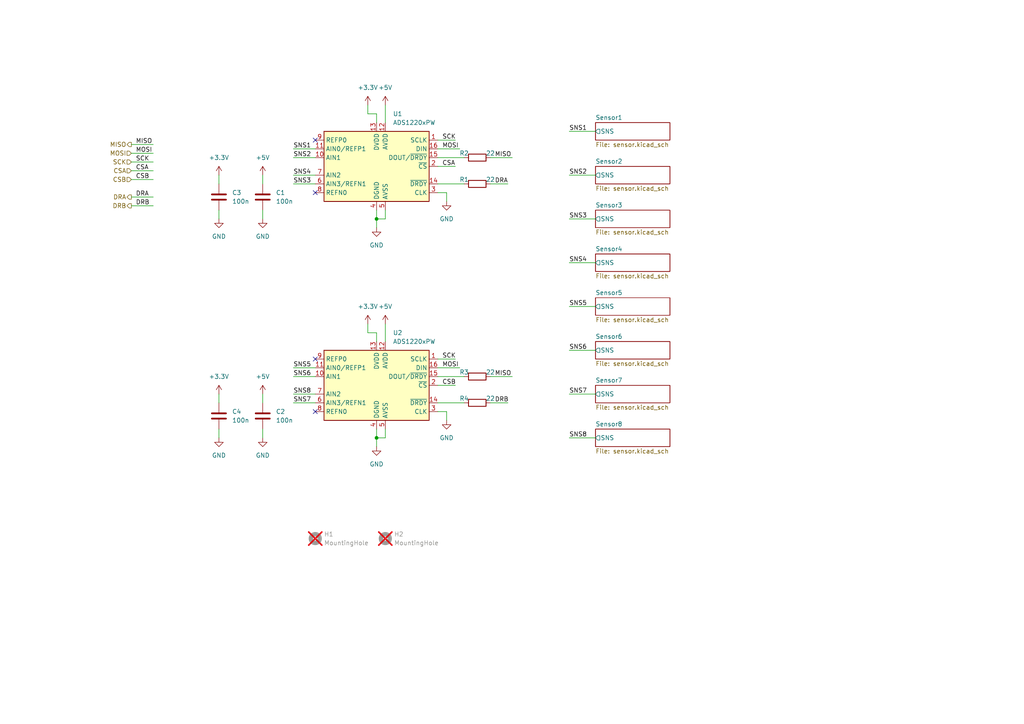
<source format=kicad_sch>
(kicad_sch (version 20230121) (generator eeschema)

  (uuid cfa31051-25a7-4f21-8bab-536b39e9917d)

  (paper "A4")

  (lib_symbols
    (symbol "Analog_ADC:ADS1220xPW" (in_bom yes) (on_board yes)
      (property "Reference" "U" (at -15.24 11.43 0)
        (effects (font (size 1.27 1.27)) (justify left))
      )
      (property "Value" "ADS1220xPW" (at 6.35 11.43 0)
        (effects (font (size 1.27 1.27)) (justify left))
      )
      (property "Footprint" "Package_SO:TSSOP-16_4.4x5mm_P0.65mm" (at 6.35 13.97 0)
        (effects (font (size 1.27 1.27)) (justify left) hide)
      )
      (property "Datasheet" "http://www.ti.com/lit/ds/symlink/ads1220.pdf" (at -12.7 10.16 0)
        (effects (font (size 1.27 1.27)) hide)
      )
      (property "ki_keywords" "adc spi" (at 0 0 0)
        (effects (font (size 1.27 1.27)) hide)
      )
      (property "ki_description" "Low-power, quad-input, 24-bit analog to digital converter, integrated temperature sensor, SPI interface, TSSOP-16 package" (at 0 0 0)
        (effects (font (size 1.27 1.27)) hide)
      )
      (property "ki_fp_filters" "*TSSOP*4.4x5mm*P0.65mm*" (at 0 0 0)
        (effects (font (size 1.27 1.27)) hide)
      )
      (symbol "ADS1220xPW_0_1"
        (rectangle (start -15.24 10.16) (end 15.24 -10.16)
          (stroke (width 0.254) (type default))
          (fill (type background))
        )
      )
      (symbol "ADS1220xPW_1_1"
        (pin input line (at 17.78 7.62 180) (length 2.54)
          (name "SCLK" (effects (font (size 1.27 1.27))))
          (number "1" (effects (font (size 1.27 1.27))))
        )
        (pin input line (at -17.78 2.54 0) (length 2.54)
          (name "AIN1" (effects (font (size 1.27 1.27))))
          (number "10" (effects (font (size 1.27 1.27))))
        )
        (pin input line (at -17.78 5.08 0) (length 2.54)
          (name "AIN0/REFP1" (effects (font (size 1.27 1.27))))
          (number "11" (effects (font (size 1.27 1.27))))
        )
        (pin power_in line (at 2.54 12.7 270) (length 2.54)
          (name "AVDD" (effects (font (size 1.27 1.27))))
          (number "12" (effects (font (size 1.27 1.27))))
        )
        (pin power_in line (at 0 12.7 270) (length 2.54)
          (name "DVDD" (effects (font (size 1.27 1.27))))
          (number "13" (effects (font (size 1.27 1.27))))
        )
        (pin output line (at 17.78 -5.08 180) (length 2.54)
          (name "~{DRDY}" (effects (font (size 1.27 1.27))))
          (number "14" (effects (font (size 1.27 1.27))))
        )
        (pin output line (at 17.78 2.54 180) (length 2.54)
          (name "DOUT/~{DRDY}" (effects (font (size 1.27 1.27))))
          (number "15" (effects (font (size 1.27 1.27))))
        )
        (pin input line (at 17.78 5.08 180) (length 2.54)
          (name "DIN" (effects (font (size 1.27 1.27))))
          (number "16" (effects (font (size 1.27 1.27))))
        )
        (pin input line (at 17.78 0 180) (length 2.54)
          (name "~{CS}" (effects (font (size 1.27 1.27))))
          (number "2" (effects (font (size 1.27 1.27))))
        )
        (pin input line (at 17.78 -7.62 180) (length 2.54)
          (name "CLK" (effects (font (size 1.27 1.27))))
          (number "3" (effects (font (size 1.27 1.27))))
        )
        (pin power_in line (at 0 -12.7 90) (length 2.54)
          (name "DGND" (effects (font (size 1.27 1.27))))
          (number "4" (effects (font (size 1.27 1.27))))
        )
        (pin power_in line (at 2.54 -12.7 90) (length 2.54)
          (name "AVSS" (effects (font (size 1.27 1.27))))
          (number "5" (effects (font (size 1.27 1.27))))
        )
        (pin input line (at -17.78 -5.08 0) (length 2.54)
          (name "AIN3/REFN1" (effects (font (size 1.27 1.27))))
          (number "6" (effects (font (size 1.27 1.27))))
        )
        (pin input line (at -17.78 -2.54 0) (length 2.54)
          (name "AIN2" (effects (font (size 1.27 1.27))))
          (number "7" (effects (font (size 1.27 1.27))))
        )
        (pin input line (at -17.78 -7.62 0) (length 2.54)
          (name "REFN0" (effects (font (size 1.27 1.27))))
          (number "8" (effects (font (size 1.27 1.27))))
        )
        (pin input line (at -17.78 7.62 0) (length 2.54)
          (name "REFP0" (effects (font (size 1.27 1.27))))
          (number "9" (effects (font (size 1.27 1.27))))
        )
      )
    )
    (symbol "Device:C" (pin_numbers hide) (pin_names (offset 0.254)) (in_bom yes) (on_board yes)
      (property "Reference" "C" (at 0.635 2.54 0)
        (effects (font (size 1.27 1.27)) (justify left))
      )
      (property "Value" "C" (at 0.635 -2.54 0)
        (effects (font (size 1.27 1.27)) (justify left))
      )
      (property "Footprint" "" (at 0.9652 -3.81 0)
        (effects (font (size 1.27 1.27)) hide)
      )
      (property "Datasheet" "~" (at 0 0 0)
        (effects (font (size 1.27 1.27)) hide)
      )
      (property "ki_keywords" "cap capacitor" (at 0 0 0)
        (effects (font (size 1.27 1.27)) hide)
      )
      (property "ki_description" "Unpolarized capacitor" (at 0 0 0)
        (effects (font (size 1.27 1.27)) hide)
      )
      (property "ki_fp_filters" "C_*" (at 0 0 0)
        (effects (font (size 1.27 1.27)) hide)
      )
      (symbol "C_0_1"
        (polyline
          (pts
            (xy -2.032 -0.762)
            (xy 2.032 -0.762)
          )
          (stroke (width 0.508) (type default))
          (fill (type none))
        )
        (polyline
          (pts
            (xy -2.032 0.762)
            (xy 2.032 0.762)
          )
          (stroke (width 0.508) (type default))
          (fill (type none))
        )
      )
      (symbol "C_1_1"
        (pin passive line (at 0 3.81 270) (length 2.794)
          (name "~" (effects (font (size 1.27 1.27))))
          (number "1" (effects (font (size 1.27 1.27))))
        )
        (pin passive line (at 0 -3.81 90) (length 2.794)
          (name "~" (effects (font (size 1.27 1.27))))
          (number "2" (effects (font (size 1.27 1.27))))
        )
      )
    )
    (symbol "Device:R" (pin_numbers hide) (pin_names (offset 0)) (in_bom yes) (on_board yes)
      (property "Reference" "R" (at 2.032 0 90)
        (effects (font (size 1.27 1.27)))
      )
      (property "Value" "R" (at 0 0 90)
        (effects (font (size 1.27 1.27)))
      )
      (property "Footprint" "" (at -1.778 0 90)
        (effects (font (size 1.27 1.27)) hide)
      )
      (property "Datasheet" "~" (at 0 0 0)
        (effects (font (size 1.27 1.27)) hide)
      )
      (property "ki_keywords" "R res resistor" (at 0 0 0)
        (effects (font (size 1.27 1.27)) hide)
      )
      (property "ki_description" "Resistor" (at 0 0 0)
        (effects (font (size 1.27 1.27)) hide)
      )
      (property "ki_fp_filters" "R_*" (at 0 0 0)
        (effects (font (size 1.27 1.27)) hide)
      )
      (symbol "R_0_1"
        (rectangle (start -1.016 -2.54) (end 1.016 2.54)
          (stroke (width 0.254) (type default))
          (fill (type none))
        )
      )
      (symbol "R_1_1"
        (pin passive line (at 0 3.81 270) (length 1.27)
          (name "~" (effects (font (size 1.27 1.27))))
          (number "1" (effects (font (size 1.27 1.27))))
        )
        (pin passive line (at 0 -3.81 90) (length 1.27)
          (name "~" (effects (font (size 1.27 1.27))))
          (number "2" (effects (font (size 1.27 1.27))))
        )
      )
    )
    (symbol "Mechanical:MountingHole" (pin_names (offset 1.016)) (in_bom yes) (on_board yes)
      (property "Reference" "H" (at 0 5.08 0)
        (effects (font (size 1.27 1.27)))
      )
      (property "Value" "MountingHole" (at 0 3.175 0)
        (effects (font (size 1.27 1.27)))
      )
      (property "Footprint" "" (at 0 0 0)
        (effects (font (size 1.27 1.27)) hide)
      )
      (property "Datasheet" "~" (at 0 0 0)
        (effects (font (size 1.27 1.27)) hide)
      )
      (property "ki_keywords" "mounting hole" (at 0 0 0)
        (effects (font (size 1.27 1.27)) hide)
      )
      (property "ki_description" "Mounting Hole without connection" (at 0 0 0)
        (effects (font (size 1.27 1.27)) hide)
      )
      (property "ki_fp_filters" "MountingHole*" (at 0 0 0)
        (effects (font (size 1.27 1.27)) hide)
      )
      (symbol "MountingHole_0_1"
        (circle (center 0 0) (radius 1.27)
          (stroke (width 1.27) (type default))
          (fill (type none))
        )
      )
    )
    (symbol "power:+3.3V" (power) (pin_names (offset 0)) (in_bom yes) (on_board yes)
      (property "Reference" "#PWR" (at 0 -3.81 0)
        (effects (font (size 1.27 1.27)) hide)
      )
      (property "Value" "+3.3V" (at 0 3.556 0)
        (effects (font (size 1.27 1.27)))
      )
      (property "Footprint" "" (at 0 0 0)
        (effects (font (size 1.27 1.27)) hide)
      )
      (property "Datasheet" "" (at 0 0 0)
        (effects (font (size 1.27 1.27)) hide)
      )
      (property "ki_keywords" "global power" (at 0 0 0)
        (effects (font (size 1.27 1.27)) hide)
      )
      (property "ki_description" "Power symbol creates a global label with name \"+3.3V\"" (at 0 0 0)
        (effects (font (size 1.27 1.27)) hide)
      )
      (symbol "+3.3V_0_1"
        (polyline
          (pts
            (xy -0.762 1.27)
            (xy 0 2.54)
          )
          (stroke (width 0) (type default))
          (fill (type none))
        )
        (polyline
          (pts
            (xy 0 0)
            (xy 0 2.54)
          )
          (stroke (width 0) (type default))
          (fill (type none))
        )
        (polyline
          (pts
            (xy 0 2.54)
            (xy 0.762 1.27)
          )
          (stroke (width 0) (type default))
          (fill (type none))
        )
      )
      (symbol "+3.3V_1_1"
        (pin power_in line (at 0 0 90) (length 0) hide
          (name "+3.3V" (effects (font (size 1.27 1.27))))
          (number "1" (effects (font (size 1.27 1.27))))
        )
      )
    )
    (symbol "power:+5V" (power) (pin_names (offset 0)) (in_bom yes) (on_board yes)
      (property "Reference" "#PWR" (at 0 -3.81 0)
        (effects (font (size 1.27 1.27)) hide)
      )
      (property "Value" "+5V" (at 0 3.556 0)
        (effects (font (size 1.27 1.27)))
      )
      (property "Footprint" "" (at 0 0 0)
        (effects (font (size 1.27 1.27)) hide)
      )
      (property "Datasheet" "" (at 0 0 0)
        (effects (font (size 1.27 1.27)) hide)
      )
      (property "ki_keywords" "global power" (at 0 0 0)
        (effects (font (size 1.27 1.27)) hide)
      )
      (property "ki_description" "Power symbol creates a global label with name \"+5V\"" (at 0 0 0)
        (effects (font (size 1.27 1.27)) hide)
      )
      (symbol "+5V_0_1"
        (polyline
          (pts
            (xy -0.762 1.27)
            (xy 0 2.54)
          )
          (stroke (width 0) (type default))
          (fill (type none))
        )
        (polyline
          (pts
            (xy 0 0)
            (xy 0 2.54)
          )
          (stroke (width 0) (type default))
          (fill (type none))
        )
        (polyline
          (pts
            (xy 0 2.54)
            (xy 0.762 1.27)
          )
          (stroke (width 0) (type default))
          (fill (type none))
        )
      )
      (symbol "+5V_1_1"
        (pin power_in line (at 0 0 90) (length 0) hide
          (name "+5V" (effects (font (size 1.27 1.27))))
          (number "1" (effects (font (size 1.27 1.27))))
        )
      )
    )
    (symbol "power:GND" (power) (pin_names (offset 0)) (in_bom yes) (on_board yes)
      (property "Reference" "#PWR" (at 0 -6.35 0)
        (effects (font (size 1.27 1.27)) hide)
      )
      (property "Value" "GND" (at 0 -3.81 0)
        (effects (font (size 1.27 1.27)))
      )
      (property "Footprint" "" (at 0 0 0)
        (effects (font (size 1.27 1.27)) hide)
      )
      (property "Datasheet" "" (at 0 0 0)
        (effects (font (size 1.27 1.27)) hide)
      )
      (property "ki_keywords" "global power" (at 0 0 0)
        (effects (font (size 1.27 1.27)) hide)
      )
      (property "ki_description" "Power symbol creates a global label with name \"GND\" , ground" (at 0 0 0)
        (effects (font (size 1.27 1.27)) hide)
      )
      (symbol "GND_0_1"
        (polyline
          (pts
            (xy 0 0)
            (xy 0 -1.27)
            (xy 1.27 -1.27)
            (xy 0 -2.54)
            (xy -1.27 -1.27)
            (xy 0 -1.27)
          )
          (stroke (width 0) (type default))
          (fill (type none))
        )
      )
      (symbol "GND_1_1"
        (pin power_in line (at 0 0 270) (length 0) hide
          (name "GND" (effects (font (size 1.27 1.27))))
          (number "1" (effects (font (size 1.27 1.27))))
        )
      )
    )
  )

  (junction (at 109.22 127) (diameter 0) (color 0 0 0 0)
    (uuid 77d75727-23bd-4f52-8f11-b1685ed183b7)
  )
  (junction (at 109.22 63.5) (diameter 0) (color 0 0 0 0)
    (uuid 9da56c7a-e09b-400d-ac1b-82bcc4b4f217)
  )

  (no_connect (at 91.44 40.64) (uuid 4a1ec53a-f0bf-4cf9-ad91-c8344e48f948))
  (no_connect (at 91.44 119.38) (uuid 6b493a73-1faf-4d2a-9d40-5ca68ecaabd3))
  (no_connect (at 91.44 55.88) (uuid a32054a7-a2fd-4859-b0f9-53c04264282f))
  (no_connect (at 91.44 104.14) (uuid a79c65be-3bd7-42a1-82b1-1a8b09b03289))

  (wire (pts (xy 85.09 114.3) (xy 91.44 114.3))
    (stroke (width 0) (type default))
    (uuid 0315e343-38d9-47fc-ab7c-b1da4c2eb04a)
  )
  (wire (pts (xy 109.22 96.52) (xy 109.22 99.06))
    (stroke (width 0) (type default))
    (uuid 090b257c-178f-4280-8ba1-c1f2a28e5769)
  )
  (wire (pts (xy 85.09 50.8) (xy 91.44 50.8))
    (stroke (width 0) (type default))
    (uuid 15aca7c2-bdeb-449d-b155-3b5ae865517f)
  )
  (wire (pts (xy 165.1 38.1) (xy 172.72 38.1))
    (stroke (width 0) (type default))
    (uuid 15d185f7-b683-4274-bcf9-aa6ffaf737db)
  )
  (wire (pts (xy 76.2 60.96) (xy 76.2 63.5))
    (stroke (width 0) (type default))
    (uuid 18f42026-45f2-4997-bde3-5f5c8e8b5dd1)
  )
  (wire (pts (xy 111.76 124.46) (xy 111.76 127))
    (stroke (width 0) (type default))
    (uuid 226e17cf-11cc-417b-a45f-18ab6065a904)
  )
  (wire (pts (xy 63.5 50.8) (xy 63.5 53.34))
    (stroke (width 0) (type default))
    (uuid 252314df-a3d0-402b-9592-7604b4a594d6)
  )
  (wire (pts (xy 165.1 88.9) (xy 172.72 88.9))
    (stroke (width 0) (type default))
    (uuid 29ca7181-35f1-4274-b0bc-dc9de058ab07)
  )
  (wire (pts (xy 165.1 76.2) (xy 172.72 76.2))
    (stroke (width 0) (type default))
    (uuid 2e3c8d12-88ad-43db-b491-e8337911cf13)
  )
  (wire (pts (xy 109.22 124.46) (xy 109.22 127))
    (stroke (width 0) (type default))
    (uuid 3246c33b-f4b8-4a9f-a3df-400d0d56bc89)
  )
  (wire (pts (xy 63.5 114.3) (xy 63.5 116.84))
    (stroke (width 0) (type default))
    (uuid 34df4bd6-8ed1-4842-aef7-6289a671fcb2)
  )
  (wire (pts (xy 85.09 116.84) (xy 91.44 116.84))
    (stroke (width 0) (type default))
    (uuid 36dd5c35-54db-46c1-b577-d5a289c5a8b1)
  )
  (wire (pts (xy 76.2 124.46) (xy 76.2 127))
    (stroke (width 0) (type default))
    (uuid 37789546-84f1-45e2-9157-9cf344816ca5)
  )
  (wire (pts (xy 127 111.76) (xy 132.08 111.76))
    (stroke (width 0) (type default))
    (uuid 39a18c43-c9dd-478c-b55e-178ac0354a90)
  )
  (wire (pts (xy 85.09 109.22) (xy 91.44 109.22))
    (stroke (width 0) (type default))
    (uuid 39e9b1a3-031a-476f-b1af-c1486405e153)
  )
  (wire (pts (xy 165.1 101.6) (xy 172.72 101.6))
    (stroke (width 0) (type default))
    (uuid 3a8b8aef-2012-477c-929f-8d9df6d5b4da)
  )
  (wire (pts (xy 127 116.84) (xy 134.62 116.84))
    (stroke (width 0) (type default))
    (uuid 45ec714f-ea7c-4710-bdce-29b5aab7997f)
  )
  (wire (pts (xy 106.68 33.02) (xy 109.22 33.02))
    (stroke (width 0) (type default))
    (uuid 465dbd09-ebd0-4760-9388-fe69fb9d70b0)
  )
  (wire (pts (xy 127 43.18) (xy 133.35 43.18))
    (stroke (width 0) (type default))
    (uuid 47f9560e-f6d6-4d29-80ce-92e8a67366bb)
  )
  (wire (pts (xy 76.2 50.8) (xy 76.2 53.34))
    (stroke (width 0) (type default))
    (uuid 4d81e582-4400-45bb-9fd4-75c9ccbf32e7)
  )
  (wire (pts (xy 142.24 53.34) (xy 147.32 53.34))
    (stroke (width 0) (type default))
    (uuid 4eda85fb-da09-41c9-95f6-8cd95783752d)
  )
  (wire (pts (xy 85.09 45.72) (xy 91.44 45.72))
    (stroke (width 0) (type default))
    (uuid 535190ca-0847-4d64-a0b2-8c1b48a4145d)
  )
  (wire (pts (xy 165.1 114.3) (xy 172.72 114.3))
    (stroke (width 0) (type default))
    (uuid 538d80ae-970d-4851-b818-8534c8f769e1)
  )
  (wire (pts (xy 109.22 63.5) (xy 109.22 66.04))
    (stroke (width 0) (type default))
    (uuid 53954024-b398-4c21-bdcc-1cbbeab75824)
  )
  (wire (pts (xy 76.2 114.3) (xy 76.2 116.84))
    (stroke (width 0) (type default))
    (uuid 54e97983-d9d9-4b1c-8422-987dda48da02)
  )
  (wire (pts (xy 165.1 50.8) (xy 172.72 50.8))
    (stroke (width 0) (type default))
    (uuid 576bf486-0e49-45eb-883c-27d95d83ebf3)
  )
  (wire (pts (xy 85.09 106.68) (xy 91.44 106.68))
    (stroke (width 0) (type default))
    (uuid 6406d0e1-8f47-45eb-89ae-4b086e297f30)
  )
  (wire (pts (xy 127 40.64) (xy 132.08 40.64))
    (stroke (width 0) (type default))
    (uuid 680d44ac-fb29-4bb0-9610-2601696a15c2)
  )
  (wire (pts (xy 127 53.34) (xy 134.62 53.34))
    (stroke (width 0) (type default))
    (uuid 689af977-b60b-4d23-a4a8-bd538e8573bf)
  )
  (wire (pts (xy 109.22 33.02) (xy 109.22 35.56))
    (stroke (width 0) (type default))
    (uuid 68c63de1-ddc7-4e11-9820-7f0f471bde82)
  )
  (wire (pts (xy 63.5 60.96) (xy 63.5 63.5))
    (stroke (width 0) (type default))
    (uuid 6edd5f08-84da-4848-9ff4-66dc0b97ef7c)
  )
  (wire (pts (xy 85.09 53.34) (xy 91.44 53.34))
    (stroke (width 0) (type default))
    (uuid 6f41f901-b923-4cd4-acc7-2710e7d9eeec)
  )
  (wire (pts (xy 142.24 45.72) (xy 148.59 45.72))
    (stroke (width 0) (type default))
    (uuid 6fb1c9a3-0924-4844-9d17-4942cf0abd62)
  )
  (wire (pts (xy 129.54 58.42) (xy 129.54 55.88))
    (stroke (width 0) (type default))
    (uuid 7053d008-6538-4843-943e-47f0cbec8792)
  )
  (wire (pts (xy 127 104.14) (xy 132.08 104.14))
    (stroke (width 0) (type default))
    (uuid 7bf0516b-ad5d-4916-9522-85a0b684cb25)
  )
  (wire (pts (xy 106.68 96.52) (xy 109.22 96.52))
    (stroke (width 0) (type default))
    (uuid 9306afbf-e2bb-4745-aa2a-4410ed47854c)
  )
  (wire (pts (xy 111.76 30.48) (xy 111.76 35.56))
    (stroke (width 0) (type default))
    (uuid 9c9e1037-e783-4035-9ec1-b62e982ed4a2)
  )
  (wire (pts (xy 38.1 49.53) (xy 44.45 49.53))
    (stroke (width 0) (type default))
    (uuid a6e2a4dd-d27f-4353-9d92-e5f3009fd242)
  )
  (wire (pts (xy 109.22 60.96) (xy 109.22 63.5))
    (stroke (width 0) (type default))
    (uuid a6f787e6-f64d-49c5-9617-afea1866f698)
  )
  (wire (pts (xy 38.1 52.07) (xy 44.45 52.07))
    (stroke (width 0) (type default))
    (uuid a74cd4f9-75fe-4a73-903f-00b3439571f3)
  )
  (wire (pts (xy 38.1 46.99) (xy 44.45 46.99))
    (stroke (width 0) (type default))
    (uuid a7db4f8c-7aab-4e08-b21a-a6bd190f7a20)
  )
  (wire (pts (xy 63.5 124.46) (xy 63.5 127))
    (stroke (width 0) (type default))
    (uuid ac48ef59-8186-444a-ba27-089471e912eb)
  )
  (wire (pts (xy 127 109.22) (xy 134.62 109.22))
    (stroke (width 0) (type default))
    (uuid acedbdf1-263d-4c94-b8af-0a80f0543312)
  )
  (wire (pts (xy 127 45.72) (xy 134.62 45.72))
    (stroke (width 0) (type default))
    (uuid ad4d9b3e-817c-4157-9a8c-cbc34cb19a76)
  )
  (wire (pts (xy 129.54 119.38) (xy 127 119.38))
    (stroke (width 0) (type default))
    (uuid ae7f47c9-6a32-4bd0-90f6-83d233b03336)
  )
  (wire (pts (xy 129.54 55.88) (xy 127 55.88))
    (stroke (width 0) (type default))
    (uuid b11e2d6a-e8c1-4fec-841c-735512f4df5b)
  )
  (wire (pts (xy 129.54 121.92) (xy 129.54 119.38))
    (stroke (width 0) (type default))
    (uuid b261f57d-4ec1-4982-ad1e-f6d0933b5c2b)
  )
  (wire (pts (xy 109.22 63.5) (xy 111.76 63.5))
    (stroke (width 0) (type default))
    (uuid beda3c68-0c79-4567-a6f7-d35c0fe0db1f)
  )
  (wire (pts (xy 127 106.68) (xy 133.35 106.68))
    (stroke (width 0) (type default))
    (uuid bf3ecac0-0d49-4b27-83c2-12fa749d0b8e)
  )
  (wire (pts (xy 111.76 93.98) (xy 111.76 99.06))
    (stroke (width 0) (type default))
    (uuid c02c1f38-4aa1-4dc2-9880-1de43f9217c2)
  )
  (wire (pts (xy 106.68 30.48) (xy 106.68 33.02))
    (stroke (width 0) (type default))
    (uuid c7db9e55-2835-438b-947c-22dc9041b664)
  )
  (wire (pts (xy 142.24 109.22) (xy 148.59 109.22))
    (stroke (width 0) (type default))
    (uuid c8f23da1-f1ab-4d4e-86be-572261cb5228)
  )
  (wire (pts (xy 111.76 63.5) (xy 111.76 60.96))
    (stroke (width 0) (type default))
    (uuid caf4fc71-966c-4685-a8fe-69b68ea4ba43)
  )
  (wire (pts (xy 38.1 44.45) (xy 44.45 44.45))
    (stroke (width 0) (type default))
    (uuid cde8004b-85d7-4f7f-b212-e5e09a0a7a20)
  )
  (wire (pts (xy 38.1 57.15) (xy 44.45 57.15))
    (stroke (width 0) (type default))
    (uuid d0f16db1-49e9-4608-b21c-c51cbc58d530)
  )
  (wire (pts (xy 142.24 116.84) (xy 147.32 116.84))
    (stroke (width 0) (type default))
    (uuid dd22cdd1-da88-4a59-9423-bce304554278)
  )
  (wire (pts (xy 165.1 63.5) (xy 172.72 63.5))
    (stroke (width 0) (type default))
    (uuid de1f2e08-bbeb-4c9d-9866-e9f110ed27bb)
  )
  (wire (pts (xy 109.22 127) (xy 111.76 127))
    (stroke (width 0) (type default))
    (uuid e184e6ca-4133-40a2-a425-283357d26a3d)
  )
  (wire (pts (xy 127 48.26) (xy 132.08 48.26))
    (stroke (width 0) (type default))
    (uuid e262794a-c00d-4302-9d5d-6de0e29da5fc)
  )
  (wire (pts (xy 165.1 127) (xy 172.72 127))
    (stroke (width 0) (type default))
    (uuid e7b269c3-479d-4809-a753-f1a37ee29bfc)
  )
  (wire (pts (xy 38.1 41.91) (xy 44.45 41.91))
    (stroke (width 0) (type default))
    (uuid ed73f73f-91c5-446d-ad1f-63e7bcfe2b7b)
  )
  (wire (pts (xy 106.68 93.98) (xy 106.68 96.52))
    (stroke (width 0) (type default))
    (uuid ed8ed76b-5837-4145-815c-7803935ba392)
  )
  (wire (pts (xy 38.1 59.69) (xy 44.45 59.69))
    (stroke (width 0) (type default))
    (uuid fb441114-191a-4d16-9f12-4146cd15a70c)
  )
  (wire (pts (xy 85.09 43.18) (xy 91.44 43.18))
    (stroke (width 0) (type default))
    (uuid fc457e9b-4a12-4382-9c2f-ddf39fd9feff)
  )
  (wire (pts (xy 109.22 127) (xy 109.22 129.54))
    (stroke (width 0) (type default))
    (uuid fcebbc2d-f241-45c1-a468-549d27e5ebc4)
  )

  (label "SNS2" (at 85.09 45.72 0) (fields_autoplaced)
    (effects (font (size 1.27 1.27)) (justify left bottom))
    (uuid 0176c347-644b-49c7-bc09-b3d32ec9f4ea)
  )
  (label "SNS3" (at 165.1 63.5 0) (fields_autoplaced)
    (effects (font (size 1.27 1.27)) (justify left bottom))
    (uuid 048e9189-cd40-4b30-bd3a-3587593746f9)
  )
  (label "MOSI" (at 128.27 43.18 0) (fields_autoplaced)
    (effects (font (size 1.27 1.27)) (justify left bottom))
    (uuid 383afafd-4263-441b-a45b-14a17234a9e4)
  )
  (label "SNS8" (at 85.09 114.3 0) (fields_autoplaced)
    (effects (font (size 1.27 1.27)) (justify left bottom))
    (uuid 38d20876-3c9f-4038-b406-23529384c221)
  )
  (label "SNS4" (at 85.09 50.8 0) (fields_autoplaced)
    (effects (font (size 1.27 1.27)) (justify left bottom))
    (uuid 3abf4332-6fc4-451d-bf97-2124d9ee7037)
  )
  (label "SCK" (at 128.27 40.64 0) (fields_autoplaced)
    (effects (font (size 1.27 1.27)) (justify left bottom))
    (uuid 3d92b372-32fc-437c-9cc4-83dddde5123b)
  )
  (label "DRA" (at 143.51 53.34 0) (fields_autoplaced)
    (effects (font (size 1.27 1.27)) (justify left bottom))
    (uuid 3df80e65-98ef-4b21-af23-7926ad004280)
  )
  (label "MOSI" (at 128.27 106.68 0) (fields_autoplaced)
    (effects (font (size 1.27 1.27)) (justify left bottom))
    (uuid 4956d9be-8d41-4802-a2e5-1a5ba23762cd)
  )
  (label "SNS3" (at 85.09 53.34 0) (fields_autoplaced)
    (effects (font (size 1.27 1.27)) (justify left bottom))
    (uuid 496c1319-7f1c-466d-9057-c8c18288522a)
  )
  (label "MISO" (at 143.51 45.72 0) (fields_autoplaced)
    (effects (font (size 1.27 1.27)) (justify left bottom))
    (uuid 4b85bd02-4b74-4105-af43-4e342e84192a)
  )
  (label "SNS6" (at 85.09 109.22 0) (fields_autoplaced)
    (effects (font (size 1.27 1.27)) (justify left bottom))
    (uuid 4cb650ed-8747-459b-a230-a9a4084f9fbb)
  )
  (label "SCK" (at 39.37 46.99 0) (fields_autoplaced)
    (effects (font (size 1.27 1.27)) (justify left bottom))
    (uuid 51d02238-3e30-4879-b3c7-609eeb9dac11)
  )
  (label "CSB" (at 128.27 111.76 0) (fields_autoplaced)
    (effects (font (size 1.27 1.27)) (justify left bottom))
    (uuid 5ba56e67-bdc1-4377-b7ef-3daaf5c54339)
  )
  (label "CSA" (at 128.27 48.26 0) (fields_autoplaced)
    (effects (font (size 1.27 1.27)) (justify left bottom))
    (uuid 60521d12-ed6f-437e-beac-fe06b11f8f0e)
  )
  (label "CSA" (at 39.37 49.53 0) (fields_autoplaced)
    (effects (font (size 1.27 1.27)) (justify left bottom))
    (uuid 6ad6602c-fae6-414f-a6f7-6fd2b8662962)
  )
  (label "SNS4" (at 165.1 76.2 0) (fields_autoplaced)
    (effects (font (size 1.27 1.27)) (justify left bottom))
    (uuid 6ba4fa8d-fffd-4bbb-b8de-b7ead2f4718a)
  )
  (label "CSB" (at 39.37 52.07 0) (fields_autoplaced)
    (effects (font (size 1.27 1.27)) (justify left bottom))
    (uuid 752e5ec3-1f97-4d54-aec2-aed5ba5e00a9)
  )
  (label "SNS1" (at 165.1 38.1 0) (fields_autoplaced)
    (effects (font (size 1.27 1.27)) (justify left bottom))
    (uuid 874831eb-2423-4b77-83dc-27fbf406979d)
  )
  (label "SNS2" (at 165.1 50.8 0) (fields_autoplaced)
    (effects (font (size 1.27 1.27)) (justify left bottom))
    (uuid a9547f4d-9f96-4b2d-9ec2-37ea7597a082)
  )
  (label "SNS6" (at 165.1 101.6 0) (fields_autoplaced)
    (effects (font (size 1.27 1.27)) (justify left bottom))
    (uuid acbda860-d795-4c61-bd90-3a2612172bd5)
  )
  (label "DRB" (at 39.37 59.69 0) (fields_autoplaced)
    (effects (font (size 1.27 1.27)) (justify left bottom))
    (uuid afde580f-e54b-44c0-8a35-3ebc10bc7a56)
  )
  (label "SCK" (at 128.27 104.14 0) (fields_autoplaced)
    (effects (font (size 1.27 1.27)) (justify left bottom))
    (uuid be032502-6346-4ad8-a170-13c2f44659f7)
  )
  (label "SNS5" (at 85.09 106.68 0) (fields_autoplaced)
    (effects (font (size 1.27 1.27)) (justify left bottom))
    (uuid c480f67a-253e-422a-8038-1f86c159c1eb)
  )
  (label "MISO" (at 143.51 109.22 0) (fields_autoplaced)
    (effects (font (size 1.27 1.27)) (justify left bottom))
    (uuid c83fa7d8-8e0f-4d38-8914-408a1b390a30)
  )
  (label "DRA" (at 39.37 57.15 0) (fields_autoplaced)
    (effects (font (size 1.27 1.27)) (justify left bottom))
    (uuid caa14fa4-f829-406e-88d5-928df3d629b7)
  )
  (label "DRB" (at 143.51 116.84 0) (fields_autoplaced)
    (effects (font (size 1.27 1.27)) (justify left bottom))
    (uuid cae03f30-4b78-4bc3-99c6-40f77c9a4b62)
  )
  (label "SNS8" (at 165.1 127 0) (fields_autoplaced)
    (effects (font (size 1.27 1.27)) (justify left bottom))
    (uuid dbe2112a-08b6-4002-945a-4d97a8936b39)
  )
  (label "SNS5" (at 165.1 88.9 0) (fields_autoplaced)
    (effects (font (size 1.27 1.27)) (justify left bottom))
    (uuid dd7a3930-64d8-46a6-9e60-48e83a01c808)
  )
  (label "MOSI" (at 39.37 44.45 0) (fields_autoplaced)
    (effects (font (size 1.27 1.27)) (justify left bottom))
    (uuid df0e0ab1-f744-42c0-9d1a-7465daa44a57)
  )
  (label "SNS1" (at 85.09 43.18 0) (fields_autoplaced)
    (effects (font (size 1.27 1.27)) (justify left bottom))
    (uuid e20dc7fd-be1b-4d00-8f4b-8494044ce75f)
  )
  (label "MISO" (at 39.37 41.91 0) (fields_autoplaced)
    (effects (font (size 1.27 1.27)) (justify left bottom))
    (uuid e9d6d226-beee-4cd2-93c5-d5d87a2d5c4c)
  )
  (label "SNS7" (at 165.1 114.3 0) (fields_autoplaced)
    (effects (font (size 1.27 1.27)) (justify left bottom))
    (uuid ef550052-4da5-473b-baa7-f99f8d99f344)
  )
  (label "SNS7" (at 85.09 116.84 0) (fields_autoplaced)
    (effects (font (size 1.27 1.27)) (justify left bottom))
    (uuid f1f43087-e9d1-4bd8-bb7a-248cb38bd0ca)
  )

  (hierarchical_label "CSB" (shape input) (at 38.1 52.07 180) (fields_autoplaced)
    (effects (font (size 1.27 1.27)) (justify right))
    (uuid 030b1b50-182b-4c72-af26-2972c40397a4)
  )
  (hierarchical_label "DRA" (shape output) (at 38.1 57.15 180) (fields_autoplaced)
    (effects (font (size 1.27 1.27)) (justify right))
    (uuid 3817d983-4e6b-47e3-95b7-695e79228b5b)
  )
  (hierarchical_label "DRB" (shape output) (at 38.1 59.69 180) (fields_autoplaced)
    (effects (font (size 1.27 1.27)) (justify right))
    (uuid 441e9e5f-774f-4dc6-a6e2-035f0b82f01a)
  )
  (hierarchical_label "MOSI" (shape input) (at 38.1 44.45 180) (fields_autoplaced)
    (effects (font (size 1.27 1.27)) (justify right))
    (uuid 84ccb871-7249-400f-a1e7-31c5809dcf4a)
  )
  (hierarchical_label "MISO" (shape output) (at 38.1 41.91 180) (fields_autoplaced)
    (effects (font (size 1.27 1.27)) (justify right))
    (uuid 8b3f18bd-8c56-473c-abe8-4821b676cbd7)
  )
  (hierarchical_label "CSA" (shape input) (at 38.1 49.53 180) (fields_autoplaced)
    (effects (font (size 1.27 1.27)) (justify right))
    (uuid b1a9b039-266b-400c-af1b-9f8e7691a501)
  )
  (hierarchical_label "SCK" (shape input) (at 38.1 46.99 180) (fields_autoplaced)
    (effects (font (size 1.27 1.27)) (justify right))
    (uuid cb23e0d6-e6f6-4448-8254-26adb4a8a732)
  )

  (symbol (lib_id "Device:C") (at 63.5 120.65 0) (unit 1)
    (in_bom yes) (on_board yes) (dnp no) (fields_autoplaced)
    (uuid 05886566-043c-423a-83e1-8b70c326f180)
    (property "Reference" "C4" (at 67.31 119.38 0)
      (effects (font (size 1.27 1.27)) (justify left))
    )
    (property "Value" "100n" (at 67.31 121.92 0)
      (effects (font (size 1.27 1.27)) (justify left))
    )
    (property "Footprint" "Capacitor_SMD:C_0402_1005Metric" (at 64.4652 124.46 0)
      (effects (font (size 1.27 1.27)) hide)
    )
    (property "Datasheet" "~" (at 63.5 120.65 0)
      (effects (font (size 1.27 1.27)) hide)
    )
    (pin "1" (uuid bc34be0e-0a96-4263-bf7b-fe7eeb5465b9))
    (pin "2" (uuid 2ba73c57-9fec-4cef-95db-72daf3332a3d))
    (instances
      (project "SensorNode"
        (path "/f9afaad8-ec12-4acb-8555-4f24af8e63da"
          (reference "C4") (unit 1)
        )
        (path "/f9afaad8-ec12-4acb-8555-4f24af8e63da/1502db71-22d1-4416-b8f1-54b2295be365"
          (reference "C2") (unit 1)
        )
        (path "/f9afaad8-ec12-4acb-8555-4f24af8e63da/407f41ae-ca86-429f-9b80-a7a49df529f0"
          (reference "C6") (unit 1)
        )
        (path "/f9afaad8-ec12-4acb-8555-4f24af8e63da/2482c368-1f86-4937-9580-92434d26759f"
          (reference "C10") (unit 1)
        )
      )
    )
  )

  (symbol (lib_id "Device:R") (at 138.43 116.84 90) (unit 1)
    (in_bom yes) (on_board yes) (dnp no)
    (uuid 0a280826-e68c-4619-9af9-c7d0adbfd981)
    (property "Reference" "R4" (at 134.62 115.57 90)
      (effects (font (size 1.27 1.27)))
    )
    (property "Value" "22" (at 142.24 115.57 90)
      (effects (font (size 1.27 1.27)))
    )
    (property "Footprint" "Resistor_SMD:R_0402_1005Metric" (at 138.43 118.618 90)
      (effects (font (size 1.27 1.27)) hide)
    )
    (property "Datasheet" "~" (at 138.43 116.84 0)
      (effects (font (size 1.27 1.27)) hide)
    )
    (pin "1" (uuid c2f9a3a5-6574-4e17-9da9-c9254e3f25e8))
    (pin "2" (uuid c7fa74c4-19c7-4faf-b881-ba8194a419cd))
    (instances
      (project "SensorNode"
        (path "/f9afaad8-ec12-4acb-8555-4f24af8e63da"
          (reference "R4") (unit 1)
        )
        (path "/f9afaad8-ec12-4acb-8555-4f24af8e63da/1502db71-22d1-4416-b8f1-54b2295be365"
          (reference "R4") (unit 1)
        )
        (path "/f9afaad8-ec12-4acb-8555-4f24af8e63da/407f41ae-ca86-429f-9b80-a7a49df529f0"
          (reference "R8") (unit 1)
        )
        (path "/f9afaad8-ec12-4acb-8555-4f24af8e63da/2482c368-1f86-4937-9580-92434d26759f"
          (reference "R12") (unit 1)
        )
      )
    )
  )

  (symbol (lib_id "Analog_ADC:ADS1220xPW") (at 109.22 48.26 0) (unit 1)
    (in_bom yes) (on_board yes) (dnp no) (fields_autoplaced)
    (uuid 16099e92-7823-4c30-a623-8c6459d8990d)
    (property "Reference" "U1" (at 113.9541 33.02 0)
      (effects (font (size 1.27 1.27)) (justify left))
    )
    (property "Value" "ADS1220xPW" (at 113.9541 35.56 0)
      (effects (font (size 1.27 1.27)) (justify left))
    )
    (property "Footprint" "Package_SO:TSSOP-16_4.4x5mm_P0.65mm" (at 115.57 34.29 0)
      (effects (font (size 1.27 1.27)) (justify left) hide)
    )
    (property "Datasheet" "http://www.ti.com/lit/ds/symlink/ads1220.pdf" (at 96.52 38.1 0)
      (effects (font (size 1.27 1.27)) hide)
    )
    (property "LCSC" "C48263" (at 109.22 48.26 0)
      (effects (font (size 1.27 1.27)) hide)
    )
    (pin "1" (uuid b4bdab24-d3ff-41b6-9620-156f14c8e016))
    (pin "10" (uuid 8d0893c3-349b-45ed-b122-ef6ad5cfaace))
    (pin "11" (uuid 842e4c99-6fcd-4792-9c75-68319db3365b))
    (pin "12" (uuid e491e124-2f11-4d03-b085-9e7291e026fa))
    (pin "13" (uuid 5047a5e5-0c28-4344-ad7a-e35abb026d39))
    (pin "14" (uuid b00f5c41-1c29-439d-9c1d-3acfa0a18012))
    (pin "15" (uuid cfba2217-2cec-47d5-883a-ab7ccd99b811))
    (pin "16" (uuid 1da1790e-ae00-451d-98c7-5ba3e8862e2b))
    (pin "2" (uuid 87ab76eb-a2a0-47af-b83f-73444e874110))
    (pin "3" (uuid ba2d769c-e4cc-42f8-acfe-a45dc290b7db))
    (pin "4" (uuid 87b60111-4183-42ab-b3e4-5848621252f9))
    (pin "5" (uuid e73f938f-ffc7-497b-b52a-724818e4cd68))
    (pin "6" (uuid 1c943fdd-56f3-4dab-b493-6a64ca003279))
    (pin "7" (uuid 445de1f5-1a05-4a04-92bd-b04ae345ef96))
    (pin "8" (uuid e6212463-03bf-4b0a-85dd-991359f05d26))
    (pin "9" (uuid 655a386a-95ce-4937-b640-76539d94b210))
    (instances
      (project "SensorNode"
        (path "/f9afaad8-ec12-4acb-8555-4f24af8e63da"
          (reference "U1") (unit 1)
        )
        (path "/f9afaad8-ec12-4acb-8555-4f24af8e63da/1502db71-22d1-4416-b8f1-54b2295be365"
          (reference "U1") (unit 1)
        )
        (path "/f9afaad8-ec12-4acb-8555-4f24af8e63da/407f41ae-ca86-429f-9b80-a7a49df529f0"
          (reference "U3") (unit 1)
        )
        (path "/f9afaad8-ec12-4acb-8555-4f24af8e63da/2482c368-1f86-4937-9580-92434d26759f"
          (reference "U5") (unit 1)
        )
      )
    )
  )

  (symbol (lib_id "power:GND") (at 109.22 129.54 0) (unit 1)
    (in_bom yes) (on_board yes) (dnp no) (fields_autoplaced)
    (uuid 168ecd87-716d-4700-8007-e75ef98c3dab)
    (property "Reference" "#PWR020" (at 109.22 135.89 0)
      (effects (font (size 1.27 1.27)) hide)
    )
    (property "Value" "GND" (at 109.22 134.62 0)
      (effects (font (size 1.27 1.27)))
    )
    (property "Footprint" "" (at 109.22 129.54 0)
      (effects (font (size 1.27 1.27)) hide)
    )
    (property "Datasheet" "" (at 109.22 129.54 0)
      (effects (font (size 1.27 1.27)) hide)
    )
    (pin "1" (uuid a994c99d-02e5-4efb-9659-b5f9dedea36e))
    (instances
      (project "SensorNode"
        (path "/f9afaad8-ec12-4acb-8555-4f24af8e63da"
          (reference "#PWR020") (unit 1)
        )
        (path "/f9afaad8-ec12-4acb-8555-4f24af8e63da/1502db71-22d1-4416-b8f1-54b2295be365"
          (reference "#PWR030") (unit 1)
        )
        (path "/f9afaad8-ec12-4acb-8555-4f24af8e63da/407f41ae-ca86-429f-9b80-a7a49df529f0"
          (reference "#PWR058") (unit 1)
        )
        (path "/f9afaad8-ec12-4acb-8555-4f24af8e63da/2482c368-1f86-4937-9580-92434d26759f"
          (reference "#PWR0104") (unit 1)
        )
      )
    )
  )

  (symbol (lib_id "Device:C") (at 63.5 57.15 0) (unit 1)
    (in_bom yes) (on_board yes) (dnp no) (fields_autoplaced)
    (uuid 17132779-12b2-4231-b4e8-48d398ee3e60)
    (property "Reference" "C3" (at 67.31 55.88 0)
      (effects (font (size 1.27 1.27)) (justify left))
    )
    (property "Value" "100n" (at 67.31 58.42 0)
      (effects (font (size 1.27 1.27)) (justify left))
    )
    (property "Footprint" "Capacitor_SMD:C_0402_1005Metric" (at 64.4652 60.96 0)
      (effects (font (size 1.27 1.27)) hide)
    )
    (property "Datasheet" "~" (at 63.5 57.15 0)
      (effects (font (size 1.27 1.27)) hide)
    )
    (pin "1" (uuid f43cd065-19dd-4854-8748-36c7e63cfa4d))
    (pin "2" (uuid 2384a568-1d3d-46ab-8353-d198a044636e))
    (instances
      (project "SensorNode"
        (path "/f9afaad8-ec12-4acb-8555-4f24af8e63da"
          (reference "C3") (unit 1)
        )
        (path "/f9afaad8-ec12-4acb-8555-4f24af8e63da/1502db71-22d1-4416-b8f1-54b2295be365"
          (reference "C1") (unit 1)
        )
        (path "/f9afaad8-ec12-4acb-8555-4f24af8e63da/407f41ae-ca86-429f-9b80-a7a49df529f0"
          (reference "C5") (unit 1)
        )
        (path "/f9afaad8-ec12-4acb-8555-4f24af8e63da/2482c368-1f86-4937-9580-92434d26759f"
          (reference "C9") (unit 1)
        )
      )
    )
  )

  (symbol (lib_id "power:GND") (at 63.5 127 0) (unit 1)
    (in_bom yes) (on_board yes) (dnp no) (fields_autoplaced)
    (uuid 1c6c2ccb-9552-44f9-ab7d-675800da49c8)
    (property "Reference" "#PWR030" (at 63.5 133.35 0)
      (effects (font (size 1.27 1.27)) hide)
    )
    (property "Value" "GND" (at 63.5 132.08 0)
      (effects (font (size 1.27 1.27)))
    )
    (property "Footprint" "" (at 63.5 127 0)
      (effects (font (size 1.27 1.27)) hide)
    )
    (property "Datasheet" "" (at 63.5 127 0)
      (effects (font (size 1.27 1.27)) hide)
    )
    (pin "1" (uuid 26e31d3e-d002-48f7-ae31-58d9822bd67c))
    (instances
      (project "SensorNode"
        (path "/f9afaad8-ec12-4acb-8555-4f24af8e63da"
          (reference "#PWR030") (unit 1)
        )
        (path "/f9afaad8-ec12-4acb-8555-4f24af8e63da/1502db71-22d1-4416-b8f1-54b2295be365"
          (reference "#PWR022") (unit 1)
        )
        (path "/f9afaad8-ec12-4acb-8555-4f24af8e63da/407f41ae-ca86-429f-9b80-a7a49df529f0"
          (reference "#PWR050") (unit 1)
        )
        (path "/f9afaad8-ec12-4acb-8555-4f24af8e63da/2482c368-1f86-4937-9580-92434d26759f"
          (reference "#PWR096") (unit 1)
        )
      )
    )
  )

  (symbol (lib_id "Device:R") (at 138.43 45.72 90) (unit 1)
    (in_bom yes) (on_board yes) (dnp no)
    (uuid 1f66abba-fba6-4610-bddd-8569cdfb9f1b)
    (property "Reference" "R2" (at 134.62 44.45 90)
      (effects (font (size 1.27 1.27)))
    )
    (property "Value" "22" (at 142.24 44.45 90)
      (effects (font (size 1.27 1.27)))
    )
    (property "Footprint" "Resistor_SMD:R_0402_1005Metric" (at 138.43 47.498 90)
      (effects (font (size 1.27 1.27)) hide)
    )
    (property "Datasheet" "~" (at 138.43 45.72 0)
      (effects (font (size 1.27 1.27)) hide)
    )
    (pin "1" (uuid 2d0919e0-3749-4b39-8282-6bd326f10066))
    (pin "2" (uuid f699cdf1-8094-44ae-8d9b-f3dfb92f40d7))
    (instances
      (project "SensorNode"
        (path "/f9afaad8-ec12-4acb-8555-4f24af8e63da"
          (reference "R2") (unit 1)
        )
        (path "/f9afaad8-ec12-4acb-8555-4f24af8e63da/1502db71-22d1-4416-b8f1-54b2295be365"
          (reference "R1") (unit 1)
        )
        (path "/f9afaad8-ec12-4acb-8555-4f24af8e63da/407f41ae-ca86-429f-9b80-a7a49df529f0"
          (reference "R5") (unit 1)
        )
        (path "/f9afaad8-ec12-4acb-8555-4f24af8e63da/2482c368-1f86-4937-9580-92434d26759f"
          (reference "R9") (unit 1)
        )
      )
    )
  )

  (symbol (lib_id "power:GND") (at 63.5 63.5 0) (unit 1)
    (in_bom yes) (on_board yes) (dnp no) (fields_autoplaced)
    (uuid 2d8e38bc-3b32-448c-87d5-b6f544a8f54a)
    (property "Reference" "#PWR028" (at 63.5 69.85 0)
      (effects (font (size 1.27 1.27)) hide)
    )
    (property "Value" "GND" (at 63.5 68.58 0)
      (effects (font (size 1.27 1.27)))
    )
    (property "Footprint" "" (at 63.5 63.5 0)
      (effects (font (size 1.27 1.27)) hide)
    )
    (property "Datasheet" "" (at 63.5 63.5 0)
      (effects (font (size 1.27 1.27)) hide)
    )
    (pin "1" (uuid 2792497e-80e7-404c-9d48-3a3f3b4ccdd5))
    (instances
      (project "SensorNode"
        (path "/f9afaad8-ec12-4acb-8555-4f24af8e63da"
          (reference "#PWR028") (unit 1)
        )
        (path "/f9afaad8-ec12-4acb-8555-4f24af8e63da/1502db71-22d1-4416-b8f1-54b2295be365"
          (reference "#PWR020") (unit 1)
        )
        (path "/f9afaad8-ec12-4acb-8555-4f24af8e63da/407f41ae-ca86-429f-9b80-a7a49df529f0"
          (reference "#PWR048") (unit 1)
        )
        (path "/f9afaad8-ec12-4acb-8555-4f24af8e63da/2482c368-1f86-4937-9580-92434d26759f"
          (reference "#PWR094") (unit 1)
        )
      )
    )
  )

  (symbol (lib_id "Device:R") (at 138.43 109.22 90) (unit 1)
    (in_bom yes) (on_board yes) (dnp no)
    (uuid 32d93434-977e-49ab-91be-a62f0b4184d5)
    (property "Reference" "R3" (at 134.62 107.95 90)
      (effects (font (size 1.27 1.27)))
    )
    (property "Value" "22" (at 142.24 107.95 90)
      (effects (font (size 1.27 1.27)))
    )
    (property "Footprint" "Resistor_SMD:R_0402_1005Metric" (at 138.43 110.998 90)
      (effects (font (size 1.27 1.27)) hide)
    )
    (property "Datasheet" "~" (at 138.43 109.22 0)
      (effects (font (size 1.27 1.27)) hide)
    )
    (pin "1" (uuid b8a8f320-dfc9-4f85-bb21-35919c5f59c4))
    (pin "2" (uuid 21ee2976-a000-45cf-ac41-9c983256d8d6))
    (instances
      (project "SensorNode"
        (path "/f9afaad8-ec12-4acb-8555-4f24af8e63da"
          (reference "R3") (unit 1)
        )
        (path "/f9afaad8-ec12-4acb-8555-4f24af8e63da/1502db71-22d1-4416-b8f1-54b2295be365"
          (reference "R3") (unit 1)
        )
        (path "/f9afaad8-ec12-4acb-8555-4f24af8e63da/407f41ae-ca86-429f-9b80-a7a49df529f0"
          (reference "R7") (unit 1)
        )
        (path "/f9afaad8-ec12-4acb-8555-4f24af8e63da/2482c368-1f86-4937-9580-92434d26759f"
          (reference "R11") (unit 1)
        )
      )
    )
  )

  (symbol (lib_id "power:+5V") (at 111.76 30.48 0) (unit 1)
    (in_bom yes) (on_board yes) (dnp no) (fields_autoplaced)
    (uuid 38dbc870-3a22-4dba-bb5e-8b57c30557ce)
    (property "Reference" "#PWR021" (at 111.76 34.29 0)
      (effects (font (size 1.27 1.27)) hide)
    )
    (property "Value" "+5V" (at 111.76 25.4 0)
      (effects (font (size 1.27 1.27)))
    )
    (property "Footprint" "" (at 111.76 30.48 0)
      (effects (font (size 1.27 1.27)) hide)
    )
    (property "Datasheet" "" (at 111.76 30.48 0)
      (effects (font (size 1.27 1.27)) hide)
    )
    (pin "1" (uuid 2d0bae2c-12e0-4ff9-9f25-fae510666ee1))
    (instances
      (project "SensorNode"
        (path "/f9afaad8-ec12-4acb-8555-4f24af8e63da"
          (reference "#PWR021") (unit 1)
        )
        (path "/f9afaad8-ec12-4acb-8555-4f24af8e63da/1502db71-22d1-4416-b8f1-54b2295be365"
          (reference "#PWR031") (unit 1)
        )
        (path "/f9afaad8-ec12-4acb-8555-4f24af8e63da/407f41ae-ca86-429f-9b80-a7a49df529f0"
          (reference "#PWR059") (unit 1)
        )
        (path "/f9afaad8-ec12-4acb-8555-4f24af8e63da/2482c368-1f86-4937-9580-92434d26759f"
          (reference "#PWR0105") (unit 1)
        )
      )
    )
  )

  (symbol (lib_id "Mechanical:MountingHole") (at 111.76 156.21 0) (unit 1)
    (in_bom yes) (on_board yes) (dnp yes) (fields_autoplaced)
    (uuid 3aa83c4d-65b5-48f2-add1-94e925f7ad42)
    (property "Reference" "H2" (at 114.3 154.94 0)
      (effects (font (size 1.27 1.27)) (justify left))
    )
    (property "Value" "MountingHole" (at 114.3 157.48 0)
      (effects (font (size 1.27 1.27)) (justify left))
    )
    (property "Footprint" "MountingHole:MountingHole_3.2mm_M3" (at 111.76 156.21 0)
      (effects (font (size 1.27 1.27)) hide)
    )
    (property "Datasheet" "~" (at 111.76 156.21 0)
      (effects (font (size 1.27 1.27)) hide)
    )
    (instances
      (project "SensorNode"
        (path "/f9afaad8-ec12-4acb-8555-4f24af8e63da"
          (reference "H2") (unit 1)
        )
        (path "/f9afaad8-ec12-4acb-8555-4f24af8e63da/1502db71-22d1-4416-b8f1-54b2295be365"
          (reference "H2") (unit 1)
        )
        (path "/f9afaad8-ec12-4acb-8555-4f24af8e63da/407f41ae-ca86-429f-9b80-a7a49df529f0"
          (reference "H4") (unit 1)
        )
        (path "/f9afaad8-ec12-4acb-8555-4f24af8e63da/2482c368-1f86-4937-9580-92434d26759f"
          (reference "H6") (unit 1)
        )
      )
    )
  )

  (symbol (lib_id "Mechanical:MountingHole") (at 91.44 156.21 0) (unit 1)
    (in_bom yes) (on_board yes) (dnp yes) (fields_autoplaced)
    (uuid 4c517dd8-29da-48d0-95d9-ef0818a3b7e2)
    (property "Reference" "H1" (at 93.98 154.94 0)
      (effects (font (size 1.27 1.27)) (justify left))
    )
    (property "Value" "MountingHole" (at 93.98 157.48 0)
      (effects (font (size 1.27 1.27)) (justify left))
    )
    (property "Footprint" "MountingHole:MountingHole_3.2mm_M3" (at 91.44 156.21 0)
      (effects (font (size 1.27 1.27)) hide)
    )
    (property "Datasheet" "~" (at 91.44 156.21 0)
      (effects (font (size 1.27 1.27)) hide)
    )
    (instances
      (project "SensorNode"
        (path "/f9afaad8-ec12-4acb-8555-4f24af8e63da"
          (reference "H1") (unit 1)
        )
        (path "/f9afaad8-ec12-4acb-8555-4f24af8e63da/1502db71-22d1-4416-b8f1-54b2295be365"
          (reference "H1") (unit 1)
        )
        (path "/f9afaad8-ec12-4acb-8555-4f24af8e63da/407f41ae-ca86-429f-9b80-a7a49df529f0"
          (reference "H3") (unit 1)
        )
        (path "/f9afaad8-ec12-4acb-8555-4f24af8e63da/2482c368-1f86-4937-9580-92434d26759f"
          (reference "H5") (unit 1)
        )
      )
    )
  )

  (symbol (lib_id "power:GND") (at 76.2 63.5 0) (unit 1)
    (in_bom yes) (on_board yes) (dnp no) (fields_autoplaced)
    (uuid 4def4d92-3947-48c9-8b2c-80189f3d3fe7)
    (property "Reference" "#PWR023" (at 76.2 69.85 0)
      (effects (font (size 1.27 1.27)) hide)
    )
    (property "Value" "GND" (at 76.2 68.58 0)
      (effects (font (size 1.27 1.27)))
    )
    (property "Footprint" "" (at 76.2 63.5 0)
      (effects (font (size 1.27 1.27)) hide)
    )
    (property "Datasheet" "" (at 76.2 63.5 0)
      (effects (font (size 1.27 1.27)) hide)
    )
    (pin "1" (uuid 3bd9de36-7106-4d8c-8b80-3b5806c8c86c))
    (instances
      (project "SensorNode"
        (path "/f9afaad8-ec12-4acb-8555-4f24af8e63da"
          (reference "#PWR023") (unit 1)
        )
        (path "/f9afaad8-ec12-4acb-8555-4f24af8e63da/1502db71-22d1-4416-b8f1-54b2295be365"
          (reference "#PWR024") (unit 1)
        )
        (path "/f9afaad8-ec12-4acb-8555-4f24af8e63da/407f41ae-ca86-429f-9b80-a7a49df529f0"
          (reference "#PWR052") (unit 1)
        )
        (path "/f9afaad8-ec12-4acb-8555-4f24af8e63da/2482c368-1f86-4937-9580-92434d26759f"
          (reference "#PWR098") (unit 1)
        )
      )
    )
  )

  (symbol (lib_id "power:GND") (at 109.22 66.04 0) (unit 1)
    (in_bom yes) (on_board yes) (dnp no) (fields_autoplaced)
    (uuid 526bc9c5-7eda-4999-965c-fbea81849ff8)
    (property "Reference" "#PWR022" (at 109.22 72.39 0)
      (effects (font (size 1.27 1.27)) hide)
    )
    (property "Value" "GND" (at 109.22 71.12 0)
      (effects (font (size 1.27 1.27)))
    )
    (property "Footprint" "" (at 109.22 66.04 0)
      (effects (font (size 1.27 1.27)) hide)
    )
    (property "Datasheet" "" (at 109.22 66.04 0)
      (effects (font (size 1.27 1.27)) hide)
    )
    (pin "1" (uuid 8b5789a2-0d75-4af2-b929-3e0689726a3c))
    (instances
      (project "SensorNode"
        (path "/f9afaad8-ec12-4acb-8555-4f24af8e63da"
          (reference "#PWR022") (unit 1)
        )
        (path "/f9afaad8-ec12-4acb-8555-4f24af8e63da/1502db71-22d1-4416-b8f1-54b2295be365"
          (reference "#PWR029") (unit 1)
        )
        (path "/f9afaad8-ec12-4acb-8555-4f24af8e63da/407f41ae-ca86-429f-9b80-a7a49df529f0"
          (reference "#PWR057") (unit 1)
        )
        (path "/f9afaad8-ec12-4acb-8555-4f24af8e63da/2482c368-1f86-4937-9580-92434d26759f"
          (reference "#PWR0103") (unit 1)
        )
      )
    )
  )

  (symbol (lib_id "Device:C") (at 76.2 120.65 0) (unit 1)
    (in_bom yes) (on_board yes) (dnp no) (fields_autoplaced)
    (uuid 5e857d22-dd7b-45f2-ac3b-a230444183f8)
    (property "Reference" "C2" (at 80.01 119.38 0)
      (effects (font (size 1.27 1.27)) (justify left))
    )
    (property "Value" "100n" (at 80.01 121.92 0)
      (effects (font (size 1.27 1.27)) (justify left))
    )
    (property "Footprint" "Capacitor_SMD:C_0402_1005Metric" (at 77.1652 124.46 0)
      (effects (font (size 1.27 1.27)) hide)
    )
    (property "Datasheet" "~" (at 76.2 120.65 0)
      (effects (font (size 1.27 1.27)) hide)
    )
    (pin "1" (uuid b71625f2-7dbd-44bb-84ab-29ede5534c8b))
    (pin "2" (uuid b9d89df7-19e8-4b2c-9f67-120267cf8c13))
    (instances
      (project "SensorNode"
        (path "/f9afaad8-ec12-4acb-8555-4f24af8e63da"
          (reference "C2") (unit 1)
        )
        (path "/f9afaad8-ec12-4acb-8555-4f24af8e63da/1502db71-22d1-4416-b8f1-54b2295be365"
          (reference "C4") (unit 1)
        )
        (path "/f9afaad8-ec12-4acb-8555-4f24af8e63da/407f41ae-ca86-429f-9b80-a7a49df529f0"
          (reference "C8") (unit 1)
        )
        (path "/f9afaad8-ec12-4acb-8555-4f24af8e63da/2482c368-1f86-4937-9580-92434d26759f"
          (reference "C12") (unit 1)
        )
      )
    )
  )

  (symbol (lib_id "power:GND") (at 129.54 121.92 0) (unit 1)
    (in_bom yes) (on_board yes) (dnp no) (fields_autoplaced)
    (uuid 614e2a06-0a53-428c-a9ad-ce470cdfa5f5)
    (property "Reference" "#PWR034" (at 129.54 128.27 0)
      (effects (font (size 1.27 1.27)) hide)
    )
    (property "Value" "GND" (at 129.54 127 0)
      (effects (font (size 1.27 1.27)))
    )
    (property "Footprint" "" (at 129.54 121.92 0)
      (effects (font (size 1.27 1.27)) hide)
    )
    (property "Datasheet" "" (at 129.54 121.92 0)
      (effects (font (size 1.27 1.27)) hide)
    )
    (pin "1" (uuid 7f9cd8ac-4f52-46ea-81b7-cab35282847d))
    (instances
      (project "SensorNode"
        (path "/f9afaad8-ec12-4acb-8555-4f24af8e63da"
          (reference "#PWR034") (unit 1)
        )
        (path "/f9afaad8-ec12-4acb-8555-4f24af8e63da/1502db71-22d1-4416-b8f1-54b2295be365"
          (reference "#PWR034") (unit 1)
        )
        (path "/f9afaad8-ec12-4acb-8555-4f24af8e63da/407f41ae-ca86-429f-9b80-a7a49df529f0"
          (reference "#PWR062") (unit 1)
        )
        (path "/f9afaad8-ec12-4acb-8555-4f24af8e63da/2482c368-1f86-4937-9580-92434d26759f"
          (reference "#PWR0108") (unit 1)
        )
      )
    )
  )

  (symbol (lib_id "power:+3.3V") (at 63.5 50.8 0) (unit 1)
    (in_bom yes) (on_board yes) (dnp no) (fields_autoplaced)
    (uuid 656673f9-912a-44f4-ad25-96a408257f9a)
    (property "Reference" "#PWR027" (at 63.5 54.61 0)
      (effects (font (size 1.27 1.27)) hide)
    )
    (property "Value" "+3.3V" (at 63.5 45.72 0)
      (effects (font (size 1.27 1.27)))
    )
    (property "Footprint" "" (at 63.5 50.8 0)
      (effects (font (size 1.27 1.27)) hide)
    )
    (property "Datasheet" "" (at 63.5 50.8 0)
      (effects (font (size 1.27 1.27)) hide)
    )
    (pin "1" (uuid ba761abf-6d40-418d-9ddf-8a1875a183fe))
    (instances
      (project "SensorNode"
        (path "/f9afaad8-ec12-4acb-8555-4f24af8e63da"
          (reference "#PWR027") (unit 1)
        )
        (path "/f9afaad8-ec12-4acb-8555-4f24af8e63da/1502db71-22d1-4416-b8f1-54b2295be365"
          (reference "#PWR019") (unit 1)
        )
        (path "/f9afaad8-ec12-4acb-8555-4f24af8e63da/407f41ae-ca86-429f-9b80-a7a49df529f0"
          (reference "#PWR047") (unit 1)
        )
        (path "/f9afaad8-ec12-4acb-8555-4f24af8e63da/2482c368-1f86-4937-9580-92434d26759f"
          (reference "#PWR093") (unit 1)
        )
      )
    )
  )

  (symbol (lib_id "Device:R") (at 138.43 53.34 90) (unit 1)
    (in_bom yes) (on_board yes) (dnp no)
    (uuid 7874c7e1-912a-49b1-802e-e7fd5c62e9ec)
    (property "Reference" "R1" (at 134.62 52.07 90)
      (effects (font (size 1.27 1.27)))
    )
    (property "Value" "22" (at 142.24 52.07 90)
      (effects (font (size 1.27 1.27)))
    )
    (property "Footprint" "Resistor_SMD:R_0402_1005Metric" (at 138.43 55.118 90)
      (effects (font (size 1.27 1.27)) hide)
    )
    (property "Datasheet" "~" (at 138.43 53.34 0)
      (effects (font (size 1.27 1.27)) hide)
    )
    (pin "1" (uuid e165e5ee-8419-4965-9d3b-e2f485ae9fe2))
    (pin "2" (uuid 2051179e-2eb7-451e-8b6a-75083e6f8e6d))
    (instances
      (project "SensorNode"
        (path "/f9afaad8-ec12-4acb-8555-4f24af8e63da"
          (reference "R1") (unit 1)
        )
        (path "/f9afaad8-ec12-4acb-8555-4f24af8e63da/1502db71-22d1-4416-b8f1-54b2295be365"
          (reference "R2") (unit 1)
        )
        (path "/f9afaad8-ec12-4acb-8555-4f24af8e63da/407f41ae-ca86-429f-9b80-a7a49df529f0"
          (reference "R6") (unit 1)
        )
        (path "/f9afaad8-ec12-4acb-8555-4f24af8e63da/2482c368-1f86-4937-9580-92434d26759f"
          (reference "R10") (unit 1)
        )
      )
    )
  )

  (symbol (lib_id "power:+3.3V") (at 63.5 114.3 0) (unit 1)
    (in_bom yes) (on_board yes) (dnp no) (fields_autoplaced)
    (uuid 7e7635fb-aa48-4219-be75-0604d62ba2bd)
    (property "Reference" "#PWR029" (at 63.5 118.11 0)
      (effects (font (size 1.27 1.27)) hide)
    )
    (property "Value" "+3.3V" (at 63.5 109.22 0)
      (effects (font (size 1.27 1.27)))
    )
    (property "Footprint" "" (at 63.5 114.3 0)
      (effects (font (size 1.27 1.27)) hide)
    )
    (property "Datasheet" "" (at 63.5 114.3 0)
      (effects (font (size 1.27 1.27)) hide)
    )
    (pin "1" (uuid 4608d4e0-f922-4401-befd-61436e8f9ef3))
    (instances
      (project "SensorNode"
        (path "/f9afaad8-ec12-4acb-8555-4f24af8e63da"
          (reference "#PWR029") (unit 1)
        )
        (path "/f9afaad8-ec12-4acb-8555-4f24af8e63da/1502db71-22d1-4416-b8f1-54b2295be365"
          (reference "#PWR021") (unit 1)
        )
        (path "/f9afaad8-ec12-4acb-8555-4f24af8e63da/407f41ae-ca86-429f-9b80-a7a49df529f0"
          (reference "#PWR049") (unit 1)
        )
        (path "/f9afaad8-ec12-4acb-8555-4f24af8e63da/2482c368-1f86-4937-9580-92434d26759f"
          (reference "#PWR095") (unit 1)
        )
      )
    )
  )

  (symbol (lib_id "power:+5V") (at 76.2 114.3 0) (unit 1)
    (in_bom yes) (on_board yes) (dnp no) (fields_autoplaced)
    (uuid 83ac8bfe-b1c5-4ac6-bf99-1c906cad2625)
    (property "Reference" "#PWR025" (at 76.2 118.11 0)
      (effects (font (size 1.27 1.27)) hide)
    )
    (property "Value" "+5V" (at 76.2 109.22 0)
      (effects (font (size 1.27 1.27)))
    )
    (property "Footprint" "" (at 76.2 114.3 0)
      (effects (font (size 1.27 1.27)) hide)
    )
    (property "Datasheet" "" (at 76.2 114.3 0)
      (effects (font (size 1.27 1.27)) hide)
    )
    (pin "1" (uuid f4432503-1bc4-4496-bcaf-459e36948556))
    (instances
      (project "SensorNode"
        (path "/f9afaad8-ec12-4acb-8555-4f24af8e63da"
          (reference "#PWR025") (unit 1)
        )
        (path "/f9afaad8-ec12-4acb-8555-4f24af8e63da/1502db71-22d1-4416-b8f1-54b2295be365"
          (reference "#PWR025") (unit 1)
        )
        (path "/f9afaad8-ec12-4acb-8555-4f24af8e63da/407f41ae-ca86-429f-9b80-a7a49df529f0"
          (reference "#PWR053") (unit 1)
        )
        (path "/f9afaad8-ec12-4acb-8555-4f24af8e63da/2482c368-1f86-4937-9580-92434d26759f"
          (reference "#PWR099") (unit 1)
        )
      )
    )
  )

  (symbol (lib_id "power:GND") (at 129.54 58.42 0) (unit 1)
    (in_bom yes) (on_board yes) (dnp no) (fields_autoplaced)
    (uuid 850eacc0-ff55-4cb5-aef3-3c8aebed7419)
    (property "Reference" "#PWR031" (at 129.54 64.77 0)
      (effects (font (size 1.27 1.27)) hide)
    )
    (property "Value" "GND" (at 129.54 63.5 0)
      (effects (font (size 1.27 1.27)))
    )
    (property "Footprint" "" (at 129.54 58.42 0)
      (effects (font (size 1.27 1.27)) hide)
    )
    (property "Datasheet" "" (at 129.54 58.42 0)
      (effects (font (size 1.27 1.27)) hide)
    )
    (pin "1" (uuid f18aef07-3776-416a-8afc-0706943adaba))
    (instances
      (project "SensorNode"
        (path "/f9afaad8-ec12-4acb-8555-4f24af8e63da"
          (reference "#PWR031") (unit 1)
        )
        (path "/f9afaad8-ec12-4acb-8555-4f24af8e63da/1502db71-22d1-4416-b8f1-54b2295be365"
          (reference "#PWR033") (unit 1)
        )
        (path "/f9afaad8-ec12-4acb-8555-4f24af8e63da/407f41ae-ca86-429f-9b80-a7a49df529f0"
          (reference "#PWR061") (unit 1)
        )
        (path "/f9afaad8-ec12-4acb-8555-4f24af8e63da/2482c368-1f86-4937-9580-92434d26759f"
          (reference "#PWR0107") (unit 1)
        )
      )
    )
  )

  (symbol (lib_id "Analog_ADC:ADS1220xPW") (at 109.22 111.76 0) (unit 1)
    (in_bom yes) (on_board yes) (dnp no) (fields_autoplaced)
    (uuid 86ca1a90-2ea9-43ce-b881-3542d096a1d6)
    (property "Reference" "U2" (at 113.9541 96.52 0)
      (effects (font (size 1.27 1.27)) (justify left))
    )
    (property "Value" "ADS1220xPW" (at 113.9541 99.06 0)
      (effects (font (size 1.27 1.27)) (justify left))
    )
    (property "Footprint" "Package_SO:TSSOP-16_4.4x5mm_P0.65mm" (at 115.57 97.79 0)
      (effects (font (size 1.27 1.27)) (justify left) hide)
    )
    (property "Datasheet" "http://www.ti.com/lit/ds/symlink/ads1220.pdf" (at 96.52 101.6 0)
      (effects (font (size 1.27 1.27)) hide)
    )
    (pin "1" (uuid 3a9a2be5-42ff-48b7-9128-63257632e047))
    (pin "10" (uuid 776ec5b8-e680-4d71-9f23-dad04a237f59))
    (pin "11" (uuid c1ace1b2-09b4-47ae-ba98-b6e76dd9d04b))
    (pin "12" (uuid 934d2dbb-384f-4a6c-af06-8980ffdbe6b0))
    (pin "13" (uuid 003412e3-6dbd-49ca-92eb-0c2d16fd00a0))
    (pin "14" (uuid 2caca5ef-70ec-4016-b259-9b468f8a1754))
    (pin "15" (uuid bba7c163-bfa1-4df0-8c76-f5c74d9858f0))
    (pin "16" (uuid 5afc347a-3fa0-4076-a8f8-0c0fc4596812))
    (pin "2" (uuid 07160d1e-995b-4487-9bec-5dd9f818b6be))
    (pin "3" (uuid c2da8649-7f7c-4b2e-891e-4ded36928a08))
    (pin "4" (uuid 14e53dcc-a69e-426b-9d74-aabcc7d25e21))
    (pin "5" (uuid 4c230ec6-5e24-4143-b0a5-fe4e228ed497))
    (pin "6" (uuid 39a16faa-0814-4306-b95c-306d89cb9a94))
    (pin "7" (uuid 22ff9987-6cfe-4adf-975a-4278a159ca07))
    (pin "8" (uuid 9b89fa36-b9eb-4cec-9ea5-28443fae42b1))
    (pin "9" (uuid 438a27e0-fa14-4570-9e4c-2ad083073332))
    (instances
      (project "SensorNode"
        (path "/f9afaad8-ec12-4acb-8555-4f24af8e63da"
          (reference "U2") (unit 1)
        )
        (path "/f9afaad8-ec12-4acb-8555-4f24af8e63da/1502db71-22d1-4416-b8f1-54b2295be365"
          (reference "U2") (unit 1)
        )
        (path "/f9afaad8-ec12-4acb-8555-4f24af8e63da/407f41ae-ca86-429f-9b80-a7a49df529f0"
          (reference "U4") (unit 1)
        )
        (path "/f9afaad8-ec12-4acb-8555-4f24af8e63da/2482c368-1f86-4937-9580-92434d26759f"
          (reference "U6") (unit 1)
        )
      )
    )
  )

  (symbol (lib_id "Device:C") (at 76.2 57.15 0) (unit 1)
    (in_bom yes) (on_board yes) (dnp no) (fields_autoplaced)
    (uuid b3043987-e003-4ba9-bebc-2a3554dc71a9)
    (property "Reference" "C1" (at 80.01 55.88 0)
      (effects (font (size 1.27 1.27)) (justify left))
    )
    (property "Value" "100n" (at 80.01 58.42 0)
      (effects (font (size 1.27 1.27)) (justify left))
    )
    (property "Footprint" "Capacitor_SMD:C_0402_1005Metric" (at 77.1652 60.96 0)
      (effects (font (size 1.27 1.27)) hide)
    )
    (property "Datasheet" "~" (at 76.2 57.15 0)
      (effects (font (size 1.27 1.27)) hide)
    )
    (pin "1" (uuid 1d26678f-c8e9-40b5-98e3-076e1925cb03))
    (pin "2" (uuid 1749eaec-a19e-43d6-acd0-084f679ba6cd))
    (instances
      (project "SensorNode"
        (path "/f9afaad8-ec12-4acb-8555-4f24af8e63da"
          (reference "C1") (unit 1)
        )
        (path "/f9afaad8-ec12-4acb-8555-4f24af8e63da/1502db71-22d1-4416-b8f1-54b2295be365"
          (reference "C3") (unit 1)
        )
        (path "/f9afaad8-ec12-4acb-8555-4f24af8e63da/407f41ae-ca86-429f-9b80-a7a49df529f0"
          (reference "C7") (unit 1)
        )
        (path "/f9afaad8-ec12-4acb-8555-4f24af8e63da/2482c368-1f86-4937-9580-92434d26759f"
          (reference "C11") (unit 1)
        )
      )
    )
  )

  (symbol (lib_id "power:+5V") (at 76.2 50.8 0) (unit 1)
    (in_bom yes) (on_board yes) (dnp no) (fields_autoplaced)
    (uuid b98aa667-d3b7-49d5-9484-189770c7eb87)
    (property "Reference" "#PWR024" (at 76.2 54.61 0)
      (effects (font (size 1.27 1.27)) hide)
    )
    (property "Value" "+5V" (at 76.2 45.72 0)
      (effects (font (size 1.27 1.27)))
    )
    (property "Footprint" "" (at 76.2 50.8 0)
      (effects (font (size 1.27 1.27)) hide)
    )
    (property "Datasheet" "" (at 76.2 50.8 0)
      (effects (font (size 1.27 1.27)) hide)
    )
    (pin "1" (uuid fbfe6b96-f590-46b2-beb3-648a6fcc9a57))
    (instances
      (project "SensorNode"
        (path "/f9afaad8-ec12-4acb-8555-4f24af8e63da"
          (reference "#PWR024") (unit 1)
        )
        (path "/f9afaad8-ec12-4acb-8555-4f24af8e63da/1502db71-22d1-4416-b8f1-54b2295be365"
          (reference "#PWR023") (unit 1)
        )
        (path "/f9afaad8-ec12-4acb-8555-4f24af8e63da/407f41ae-ca86-429f-9b80-a7a49df529f0"
          (reference "#PWR051") (unit 1)
        )
        (path "/f9afaad8-ec12-4acb-8555-4f24af8e63da/2482c368-1f86-4937-9580-92434d26759f"
          (reference "#PWR097") (unit 1)
        )
      )
    )
  )

  (symbol (lib_id "power:GND") (at 76.2 127 0) (unit 1)
    (in_bom yes) (on_board yes) (dnp no) (fields_autoplaced)
    (uuid ddfae55a-bf32-473b-9cee-f1068bb614f8)
    (property "Reference" "#PWR026" (at 76.2 133.35 0)
      (effects (font (size 1.27 1.27)) hide)
    )
    (property "Value" "GND" (at 76.2 132.08 0)
      (effects (font (size 1.27 1.27)))
    )
    (property "Footprint" "" (at 76.2 127 0)
      (effects (font (size 1.27 1.27)) hide)
    )
    (property "Datasheet" "" (at 76.2 127 0)
      (effects (font (size 1.27 1.27)) hide)
    )
    (pin "1" (uuid f300c4ea-18ca-423e-ab13-35750f7e5f04))
    (instances
      (project "SensorNode"
        (path "/f9afaad8-ec12-4acb-8555-4f24af8e63da"
          (reference "#PWR026") (unit 1)
        )
        (path "/f9afaad8-ec12-4acb-8555-4f24af8e63da/1502db71-22d1-4416-b8f1-54b2295be365"
          (reference "#PWR026") (unit 1)
        )
        (path "/f9afaad8-ec12-4acb-8555-4f24af8e63da/407f41ae-ca86-429f-9b80-a7a49df529f0"
          (reference "#PWR054") (unit 1)
        )
        (path "/f9afaad8-ec12-4acb-8555-4f24af8e63da/2482c368-1f86-4937-9580-92434d26759f"
          (reference "#PWR0100") (unit 1)
        )
      )
    )
  )

  (symbol (lib_id "power:+3.3V") (at 106.68 30.48 0) (unit 1)
    (in_bom yes) (on_board yes) (dnp no) (fields_autoplaced)
    (uuid e35f3cbc-eb0e-40be-a4b5-5c004e29dac6)
    (property "Reference" "#PWR027" (at 106.68 34.29 0)
      (effects (font (size 1.27 1.27)) hide)
    )
    (property "Value" "+3.3V" (at 106.68 25.4 0)
      (effects (font (size 1.27 1.27)))
    )
    (property "Footprint" "" (at 106.68 30.48 0)
      (effects (font (size 1.27 1.27)) hide)
    )
    (property "Datasheet" "" (at 106.68 30.48 0)
      (effects (font (size 1.27 1.27)) hide)
    )
    (pin "1" (uuid 192cc12f-2032-4c46-b08a-426d36018b65))
    (instances
      (project "SensorNode"
        (path "/f9afaad8-ec12-4acb-8555-4f24af8e63da/1502db71-22d1-4416-b8f1-54b2295be365"
          (reference "#PWR027") (unit 1)
        )
        (path "/f9afaad8-ec12-4acb-8555-4f24af8e63da/407f41ae-ca86-429f-9b80-a7a49df529f0"
          (reference "#PWR055") (unit 1)
        )
        (path "/f9afaad8-ec12-4acb-8555-4f24af8e63da/2482c368-1f86-4937-9580-92434d26759f"
          (reference "#PWR0101") (unit 1)
        )
      )
    )
  )

  (symbol (lib_id "power:+3.3V") (at 106.68 93.98 0) (unit 1)
    (in_bom yes) (on_board yes) (dnp no) (fields_autoplaced)
    (uuid f3328728-18b0-481e-b613-ff7e1f0f27bd)
    (property "Reference" "#PWR019" (at 106.68 97.79 0)
      (effects (font (size 1.27 1.27)) hide)
    )
    (property "Value" "+3.3V" (at 106.68 88.9 0)
      (effects (font (size 1.27 1.27)))
    )
    (property "Footprint" "" (at 106.68 93.98 0)
      (effects (font (size 1.27 1.27)) hide)
    )
    (property "Datasheet" "" (at 106.68 93.98 0)
      (effects (font (size 1.27 1.27)) hide)
    )
    (pin "1" (uuid 1301dffc-2880-410c-a15d-ad25e56ff335))
    (instances
      (project "SensorNode"
        (path "/f9afaad8-ec12-4acb-8555-4f24af8e63da"
          (reference "#PWR019") (unit 1)
        )
        (path "/f9afaad8-ec12-4acb-8555-4f24af8e63da/1502db71-22d1-4416-b8f1-54b2295be365"
          (reference "#PWR028") (unit 1)
        )
        (path "/f9afaad8-ec12-4acb-8555-4f24af8e63da/407f41ae-ca86-429f-9b80-a7a49df529f0"
          (reference "#PWR056") (unit 1)
        )
        (path "/f9afaad8-ec12-4acb-8555-4f24af8e63da/2482c368-1f86-4937-9580-92434d26759f"
          (reference "#PWR0102") (unit 1)
        )
      )
    )
  )

  (symbol (lib_id "power:+5V") (at 111.76 93.98 0) (unit 1)
    (in_bom yes) (on_board yes) (dnp no) (fields_autoplaced)
    (uuid ff9f71cc-747f-4848-b630-137730657cf3)
    (property "Reference" "#PWR033" (at 111.76 97.79 0)
      (effects (font (size 1.27 1.27)) hide)
    )
    (property "Value" "+5V" (at 111.76 88.9 0)
      (effects (font (size 1.27 1.27)))
    )
    (property "Footprint" "" (at 111.76 93.98 0)
      (effects (font (size 1.27 1.27)) hide)
    )
    (property "Datasheet" "" (at 111.76 93.98 0)
      (effects (font (size 1.27 1.27)) hide)
    )
    (pin "1" (uuid af2f20a7-a596-480c-9754-e86044c3b6d1))
    (instances
      (project "SensorNode"
        (path "/f9afaad8-ec12-4acb-8555-4f24af8e63da"
          (reference "#PWR033") (unit 1)
        )
        (path "/f9afaad8-ec12-4acb-8555-4f24af8e63da/1502db71-22d1-4416-b8f1-54b2295be365"
          (reference "#PWR032") (unit 1)
        )
        (path "/f9afaad8-ec12-4acb-8555-4f24af8e63da/407f41ae-ca86-429f-9b80-a7a49df529f0"
          (reference "#PWR060") (unit 1)
        )
        (path "/f9afaad8-ec12-4acb-8555-4f24af8e63da/2482c368-1f86-4937-9580-92434d26759f"
          (reference "#PWR0106") (unit 1)
        )
      )
    )
  )

  (sheet (at 172.72 60.96) (size 21.59 5.08) (fields_autoplaced)
    (stroke (width 0.1524) (type solid))
    (fill (color 0 0 0 0.0000))
    (uuid 7194ed6d-4b00-4502-98d1-081e0af0a1d1)
    (property "Sheetname" "Sensor3" (at 172.72 60.2484 0)
      (effects (font (size 1.27 1.27)) (justify left bottom))
    )
    (property "Sheetfile" "sensor.kicad_sch" (at 172.72 66.6246 0)
      (effects (font (size 1.27 1.27)) (justify left top))
    )
    (pin "SNS" output (at 172.72 63.5 180)
      (effects (font (size 1.27 1.27)) (justify left))
      (uuid e6085133-8dd1-4a5a-bedc-e632b4ca5974)
    )
    (instances
      (project "SensorNode"
        (path "/f9afaad8-ec12-4acb-8555-4f24af8e63da" (page "4"))
        (path "/f9afaad8-ec12-4acb-8555-4f24af8e63da/1502db71-22d1-4416-b8f1-54b2295be365" (page "4"))
        (path "/f9afaad8-ec12-4acb-8555-4f24af8e63da/407f41ae-ca86-429f-9b80-a7a49df529f0" (page "18"))
        (path "/f9afaad8-ec12-4acb-8555-4f24af8e63da/2482c368-1f86-4937-9580-92434d26759f" (page "29"))
      )
    )
  )

  (sheet (at 172.72 124.46) (size 21.59 5.08) (fields_autoplaced)
    (stroke (width 0.1524) (type solid))
    (fill (color 0 0 0 0.0000))
    (uuid a27d8b88-05fe-4a1f-9c3a-fac131916008)
    (property "Sheetname" "Sensor8" (at 172.72 123.7484 0)
      (effects (font (size 1.27 1.27)) (justify left bottom))
    )
    (property "Sheetfile" "sensor.kicad_sch" (at 172.72 130.1246 0)
      (effects (font (size 1.27 1.27)) (justify left top))
    )
    (pin "SNS" output (at 172.72 127 180)
      (effects (font (size 1.27 1.27)) (justify left))
      (uuid 3238d7c5-18dc-4955-ae45-2088def2e26a)
    )
    (instances
      (project "SensorNode"
        (path "/f9afaad8-ec12-4acb-8555-4f24af8e63da" (page "2"))
        (path "/f9afaad8-ec12-4acb-8555-4f24af8e63da/1502db71-22d1-4416-b8f1-54b2295be365" (page "9"))
        (path "/f9afaad8-ec12-4acb-8555-4f24af8e63da/407f41ae-ca86-429f-9b80-a7a49df529f0" (page "19"))
        (path "/f9afaad8-ec12-4acb-8555-4f24af8e63da/2482c368-1f86-4937-9580-92434d26759f" (page "33"))
      )
    )
  )

  (sheet (at 172.72 111.76) (size 21.59 5.08) (fields_autoplaced)
    (stroke (width 0.1524) (type solid))
    (fill (color 0 0 0 0.0000))
    (uuid a66d0169-59d3-4e86-89de-658a7b18d5e0)
    (property "Sheetname" "Sensor7" (at 172.72 111.0484 0)
      (effects (font (size 1.27 1.27)) (justify left bottom))
    )
    (property "Sheetfile" "sensor.kicad_sch" (at 172.72 117.4246 0)
      (effects (font (size 1.27 1.27)) (justify left top))
    )
    (pin "SNS" output (at 172.72 114.3 180)
      (effects (font (size 1.27 1.27)) (justify left))
      (uuid e864f494-2fd0-44c8-b2fe-06fea5c87a2f)
    )
    (instances
      (project "SensorNode"
        (path "/f9afaad8-ec12-4acb-8555-4f24af8e63da" (page "9"))
        (path "/f9afaad8-ec12-4acb-8555-4f24af8e63da/1502db71-22d1-4416-b8f1-54b2295be365" (page "8"))
        (path "/f9afaad8-ec12-4acb-8555-4f24af8e63da/407f41ae-ca86-429f-9b80-a7a49df529f0" (page "20"))
        (path "/f9afaad8-ec12-4acb-8555-4f24af8e63da/2482c368-1f86-4937-9580-92434d26759f" (page "32"))
      )
    )
  )

  (sheet (at 172.72 99.06) (size 21.59 5.08) (fields_autoplaced)
    (stroke (width 0.1524) (type solid))
    (fill (color 0 0 0 0.0000))
    (uuid a670db7a-4170-4758-ae43-9f6cc3d68bec)
    (property "Sheetname" "Sensor6" (at 172.72 98.3484 0)
      (effects (font (size 1.27 1.27)) (justify left bottom))
    )
    (property "Sheetfile" "sensor.kicad_sch" (at 172.72 104.7246 0)
      (effects (font (size 1.27 1.27)) (justify left top))
    )
    (pin "SNS" output (at 172.72 101.6 180)
      (effects (font (size 1.27 1.27)) (justify left))
      (uuid bc932947-0d95-4b45-9153-a4f96b5fc781)
    )
    (instances
      (project "SensorNode"
        (path "/f9afaad8-ec12-4acb-8555-4f24af8e63da" (page "6"))
        (path "/f9afaad8-ec12-4acb-8555-4f24af8e63da/1502db71-22d1-4416-b8f1-54b2295be365" (page "7"))
        (path "/f9afaad8-ec12-4acb-8555-4f24af8e63da/407f41ae-ca86-429f-9b80-a7a49df529f0" (page "23"))
        (path "/f9afaad8-ec12-4acb-8555-4f24af8e63da/2482c368-1f86-4937-9580-92434d26759f" (page "30"))
      )
    )
  )

  (sheet (at 172.72 35.56) (size 21.59 5.08) (fields_autoplaced)
    (stroke (width 0.1524) (type solid))
    (fill (color 0 0 0 0.0000))
    (uuid b606376d-c8b6-4ce4-8584-7954bd1c0f6a)
    (property "Sheetname" "Sensor1" (at 172.72 34.8484 0)
      (effects (font (size 1.27 1.27)) (justify left bottom))
    )
    (property "Sheetfile" "sensor.kicad_sch" (at 172.72 41.2246 0)
      (effects (font (size 1.27 1.27)) (justify left top))
    )
    (pin "SNS" output (at 172.72 38.1 180)
      (effects (font (size 1.27 1.27)) (justify left))
      (uuid bf54764e-a146-49be-a104-90915c9a273c)
    )
    (instances
      (project "SensorNode"
        (path "/f9afaad8-ec12-4acb-8555-4f24af8e63da" (page "5"))
        (path "/f9afaad8-ec12-4acb-8555-4f24af8e63da/1502db71-22d1-4416-b8f1-54b2295be365" (page "2"))
        (path "/f9afaad8-ec12-4acb-8555-4f24af8e63da/407f41ae-ca86-429f-9b80-a7a49df529f0" (page "21"))
        (path "/f9afaad8-ec12-4acb-8555-4f24af8e63da/2482c368-1f86-4937-9580-92434d26759f" (page "34"))
      )
    )
  )

  (sheet (at 172.72 48.26) (size 21.59 5.08) (fields_autoplaced)
    (stroke (width 0.1524) (type solid))
    (fill (color 0 0 0 0.0000))
    (uuid b7216d6c-4d81-472c-8693-1cefa8043f46)
    (property "Sheetname" "Sensor2" (at 172.72 47.5484 0)
      (effects (font (size 1.27 1.27)) (justify left bottom))
    )
    (property "Sheetfile" "sensor.kicad_sch" (at 172.72 53.9246 0)
      (effects (font (size 1.27 1.27)) (justify left top))
    )
    (pin "SNS" output (at 172.72 50.8 180)
      (effects (font (size 1.27 1.27)) (justify left))
      (uuid 1694b5b0-a47c-42eb-a1ba-06ccb1611734)
    )
    (instances
      (project "SensorNode"
        (path "/f9afaad8-ec12-4acb-8555-4f24af8e63da" (page "8"))
        (path "/f9afaad8-ec12-4acb-8555-4f24af8e63da/1502db71-22d1-4416-b8f1-54b2295be365" (page "3"))
        (path "/f9afaad8-ec12-4acb-8555-4f24af8e63da/407f41ae-ca86-429f-9b80-a7a49df529f0" (page "22"))
        (path "/f9afaad8-ec12-4acb-8555-4f24af8e63da/2482c368-1f86-4937-9580-92434d26759f" (page "27"))
      )
    )
  )

  (sheet (at 172.72 73.66) (size 21.59 5.08) (fields_autoplaced)
    (stroke (width 0.1524) (type solid))
    (fill (color 0 0 0 0.0000))
    (uuid c2914cc9-da56-4acd-981f-e9af009bea60)
    (property "Sheetname" "Sensor4" (at 172.72 72.9484 0)
      (effects (font (size 1.27 1.27)) (justify left bottom))
    )
    (property "Sheetfile" "sensor.kicad_sch" (at 172.72 79.3246 0)
      (effects (font (size 1.27 1.27)) (justify left top))
    )
    (pin "SNS" output (at 172.72 76.2 180)
      (effects (font (size 1.27 1.27)) (justify left))
      (uuid 09a4824b-40e5-45c1-9be2-ff6af4ecb9bd)
    )
    (instances
      (project "SensorNode"
        (path "/f9afaad8-ec12-4acb-8555-4f24af8e63da" (page "3"))
        (path "/f9afaad8-ec12-4acb-8555-4f24af8e63da/1502db71-22d1-4416-b8f1-54b2295be365" (page "5"))
        (path "/f9afaad8-ec12-4acb-8555-4f24af8e63da/407f41ae-ca86-429f-9b80-a7a49df529f0" (page "17"))
        (path "/f9afaad8-ec12-4acb-8555-4f24af8e63da/2482c368-1f86-4937-9580-92434d26759f" (page "31"))
      )
    )
  )

  (sheet (at 172.72 86.36) (size 21.59 5.08) (fields_autoplaced)
    (stroke (width 0.1524) (type solid))
    (fill (color 0 0 0 0.0000))
    (uuid f8eae14d-f5ec-4d33-822a-8b7852fcadec)
    (property "Sheetname" "Sensor5" (at 172.72 85.6484 0)
      (effects (font (size 1.27 1.27)) (justify left bottom))
    )
    (property "Sheetfile" "sensor.kicad_sch" (at 172.72 92.0246 0)
      (effects (font (size 1.27 1.27)) (justify left top))
    )
    (pin "SNS" output (at 172.72 88.9 180)
      (effects (font (size 1.27 1.27)) (justify left))
      (uuid 6e03a2b7-f828-4290-8e94-561fa9c54d5a)
    )
    (instances
      (project "SensorNode"
        (path "/f9afaad8-ec12-4acb-8555-4f24af8e63da" (page "7"))
        (path "/f9afaad8-ec12-4acb-8555-4f24af8e63da/1502db71-22d1-4416-b8f1-54b2295be365" (page "6"))
        (path "/f9afaad8-ec12-4acb-8555-4f24af8e63da/407f41ae-ca86-429f-9b80-a7a49df529f0" (page "16"))
        (path "/f9afaad8-ec12-4acb-8555-4f24af8e63da/2482c368-1f86-4937-9580-92434d26759f" (page "28"))
      )
    )
  )
)

</source>
